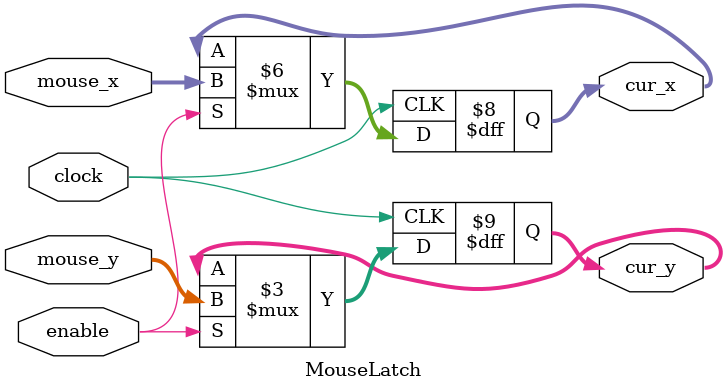
<source format=v>
module MouseLatch(mouse_x, mouse_y, clock, enable, cur_x, cur_y);
	output reg [9:0] cur_x;
	output reg [9:0] cur_y;
	input enable;
	input clock;
	input [9:0] mouse_x;
	input [9:0] mouse_y;
	
	always @(posedge clock) begin
		if (enable) begin
			cur_x = mouse_x;
			cur_y = mouse_y;
		end
	end
endmodule
</source>
